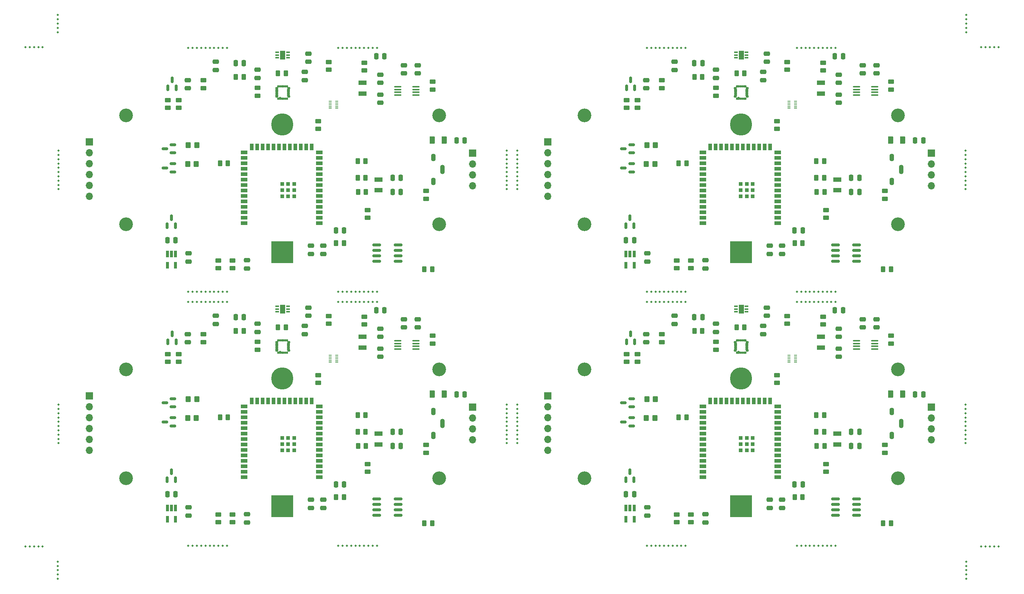
<source format=gbr>
%TF.GenerationSoftware,KiCad,Pcbnew,6.0.11-2627ca5db0~126~ubuntu20.04.1*%
%TF.CreationDate,2024-09-10T20:57:43-04:00*%
%TF.ProjectId,panel,70616e65-6c2e-46b6-9963-61645f706362,rev?*%
%TF.SameCoordinates,Original*%
%TF.FileFunction,Soldermask,Top*%
%TF.FilePolarity,Negative*%
%FSLAX46Y46*%
G04 Gerber Fmt 4.6, Leading zero omitted, Abs format (unit mm)*
G04 Created by KiCad (PCBNEW 6.0.11-2627ca5db0~126~ubuntu20.04.1) date 2024-09-10 20:57:43*
%MOMM*%
%LPD*%
G01*
G04 APERTURE LIST*
G04 Aperture macros list*
%AMRoundRect*
0 Rectangle with rounded corners*
0 $1 Rounding radius*
0 $2 $3 $4 $5 $6 $7 $8 $9 X,Y pos of 4 corners*
0 Add a 4 corners polygon primitive as box body*
4,1,4,$2,$3,$4,$5,$6,$7,$8,$9,$2,$3,0*
0 Add four circle primitives for the rounded corners*
1,1,$1+$1,$2,$3*
1,1,$1+$1,$4,$5*
1,1,$1+$1,$6,$7*
1,1,$1+$1,$8,$9*
0 Add four rect primitives between the rounded corners*
20,1,$1+$1,$2,$3,$4,$5,0*
20,1,$1+$1,$4,$5,$6,$7,0*
20,1,$1+$1,$6,$7,$8,$9,0*
20,1,$1+$1,$8,$9,$2,$3,0*%
G04 Aperture macros list end*
%ADD10C,0.500000*%
%ADD11RoundRect,0.250000X-0.250000X-0.475000X0.250000X-0.475000X0.250000X0.475000X-0.250000X0.475000X0*%
%ADD12R,0.765000X0.210000*%
%ADD13R,0.650000X1.560000*%
%ADD14RoundRect,0.250000X-0.450000X0.262500X-0.450000X-0.262500X0.450000X-0.262500X0.450000X0.262500X0*%
%ADD15RoundRect,0.250000X0.475000X-0.250000X0.475000X0.250000X-0.475000X0.250000X-0.475000X-0.250000X0*%
%ADD16RoundRect,0.250000X0.450000X-0.262500X0.450000X0.262500X-0.450000X0.262500X-0.450000X-0.262500X0*%
%ADD17RoundRect,0.250000X-0.475000X0.250000X-0.475000X-0.250000X0.475000X-0.250000X0.475000X0.250000X0*%
%ADD18RoundRect,0.250000X0.250000X0.475000X-0.250000X0.475000X-0.250000X-0.475000X0.250000X-0.475000X0*%
%ADD19R,1.900000X1.100000*%
%ADD20C,3.200000*%
%ADD21RoundRect,0.150000X-0.825000X-0.150000X0.825000X-0.150000X0.825000X0.150000X-0.825000X0.150000X0*%
%ADD22RoundRect,0.250000X-0.262500X-0.450000X0.262500X-0.450000X0.262500X0.450000X-0.262500X0.450000X0*%
%ADD23RoundRect,0.250000X0.350000X0.450000X-0.350000X0.450000X-0.350000X-0.450000X0.350000X-0.450000X0*%
%ADD24RoundRect,0.250000X0.375000X0.625000X-0.375000X0.625000X-0.375000X-0.625000X0.375000X-0.625000X0*%
%ADD25RoundRect,0.250000X0.262500X0.450000X-0.262500X0.450000X-0.262500X-0.450000X0.262500X-0.450000X0*%
%ADD26RoundRect,0.150000X0.150000X-0.587500X0.150000X0.587500X-0.150000X0.587500X-0.150000X-0.587500X0*%
%ADD27RoundRect,0.100000X-0.712500X-0.100000X0.712500X-0.100000X0.712500X0.100000X-0.712500X0.100000X0*%
%ADD28RoundRect,0.150000X0.587500X0.150000X-0.587500X0.150000X-0.587500X-0.150000X0.587500X-0.150000X0*%
%ADD29RoundRect,0.012800X-0.357200X-0.147200X0.357200X-0.147200X0.357200X0.147200X-0.357200X0.147200X0*%
%ADD30R,1.300000X2.000000*%
%ADD31R,1.500000X0.900000*%
%ADD32R,0.900000X1.500000*%
%ADD33R,0.900000X0.900000*%
%ADD34RoundRect,0.102000X0.127000X0.165100X-0.127000X0.165100X-0.127000X-0.165100X0.127000X-0.165100X0*%
%ADD35RoundRect,0.102000X0.127000X0.254000X-0.127000X0.254000X-0.127000X-0.254000X0.127000X-0.254000X0*%
%ADD36RoundRect,0.102000X0.127000X0.177800X-0.127000X0.177800X-0.127000X-0.177800X0.127000X-0.177800X0*%
%ADD37RoundRect,0.102000X0.215900X-0.127000X0.215900X0.127000X-0.215900X0.127000X-0.215900X-0.127000X0*%
%ADD38RoundRect,0.102000X0.254000X-0.127000X0.254000X0.127000X-0.254000X0.127000X-0.254000X-0.127000X0*%
%ADD39R,5.175000X5.175000*%
%ADD40C,5.175000*%
%ADD41R,1.700000X1.700000*%
%ADD42O,1.700000X1.700000*%
%ADD43O,1.100000X1.800000*%
%ADD44O,1.100000X2.200000*%
G04 APERTURE END LIST*
D10*
%TO.C,KiKit_MB_2_1*%
X112692600Y-32133800D03*
%TD*%
D11*
%TO.C,C20*%
X82270700Y-10090000D03*
X84170700Y-10090000D03*
%TD*%
D10*
%TO.C,KiKit_MB_22_3*%
X182321000Y-67467600D03*
%TD*%
%TO.C,KiKit_MB_7_2*%
X115092600Y-40133800D03*
%TD*%
D12*
%TO.C,U9*%
X71532700Y-20640000D03*
X71532700Y-21040000D03*
X71532700Y-21440000D03*
X71532700Y-21840000D03*
X71532700Y-22240000D03*
X73068700Y-22240000D03*
X73068700Y-21840000D03*
X73068700Y-21440000D03*
X73068700Y-21040000D03*
X73068700Y-20640000D03*
%TD*%
D10*
%TO.C,KiKit_MB_4_5*%
X77428400Y-8200000D03*
%TD*%
%TO.C,KiKit_MB_30_4*%
X2500000Y-124535200D03*
%TD*%
D13*
%TO.C,U1*%
X142353300Y-56220000D03*
X141403300Y-56220000D03*
X140453300Y-56220000D03*
X140453300Y-58920000D03*
X142353300Y-58920000D03*
%TD*%
D14*
%TO.C,R18*%
X54590700Y-76785100D03*
X54590700Y-78610100D03*
%TD*%
D10*
%TO.C,KiKit_MB_15_1*%
X38464200Y-67467600D03*
%TD*%
%TO.C,KiKit_MB_10_2*%
X181321000Y-8200000D03*
%TD*%
D15*
%TO.C,C10*%
X145443300Y-57990000D03*
X145443300Y-56090000D03*
%TD*%
%TO.C,C17*%
X44863200Y-13317500D03*
X44863200Y-11417500D03*
%TD*%
D10*
%TO.C,KiKit_MB_5_8*%
X40464200Y-65067600D03*
%TD*%
D16*
%TO.C,R16*%
X71170700Y-13272500D03*
X71170700Y-11447500D03*
%TD*%
D17*
%TO.C,C4*%
X173973300Y-54330000D03*
X173973300Y-56230000D03*
%TD*%
D18*
%TO.C,C5*%
X209783300Y-88987600D03*
X207883300Y-88987600D03*
%TD*%
D10*
%TO.C,KiKit_MB_1_4*%
X8200000Y-38133800D03*
%TD*%
D19*
%TO.C,Y2*%
X79060700Y-78082600D03*
X79060700Y-75582600D03*
%TD*%
D16*
%TO.C,R20*%
X186383300Y-13432500D03*
X186383300Y-11607500D03*
%TD*%
%TO.C,R10*%
X152303300Y-59582500D03*
X152303300Y-57757500D03*
%TD*%
D17*
%TO.C,C4*%
X173973300Y-113597600D03*
X173973300Y-115497600D03*
%TD*%
%TO.C,C8*%
X195633300Y-12190000D03*
X195633300Y-14090000D03*
%TD*%
D10*
%TO.C,KiKit_MB_14_8*%
X112692600Y-98401400D03*
%TD*%
D17*
%TO.C,C18*%
X172453300Y-13790000D03*
X172453300Y-15690000D03*
%TD*%
D10*
%TO.C,KiKit_MB_4_6*%
X78428400Y-8200000D03*
%TD*%
D13*
%TO.C,U1*%
X35460700Y-56220000D03*
X34510700Y-56220000D03*
X33560700Y-56220000D03*
X33560700Y-58920000D03*
X35460700Y-58920000D03*
%TD*%
D14*
%TO.C,R18*%
X161483300Y-17517500D03*
X161483300Y-19342500D03*
%TD*%
D10*
%TO.C,KiKit_MB_18_1*%
X82428400Y-124335200D03*
%TD*%
%TO.C,KiKit_MB_4_2*%
X74428400Y-8200000D03*
%TD*%
%TO.C,KiKit_MB_21_7*%
X151356800Y-67467600D03*
%TD*%
D18*
%TO.C,C9*%
X35490700Y-112297600D03*
X33590700Y-112297600D03*
%TD*%
D20*
%TO.C,H2*%
X130826400Y-49333800D03*
%TD*%
D17*
%TO.C,C4*%
X67080700Y-54330000D03*
X67080700Y-56230000D03*
%TD*%
D10*
%TO.C,KiKit_MB_28_6*%
X219785200Y-132035200D03*
%TD*%
%TO.C,KiKit_MB_15_9*%
X46464200Y-67467600D03*
%TD*%
%TO.C,KiKit_MB_16_2*%
X74428400Y-67467600D03*
%TD*%
%TO.C,KiKit_MB_4_4*%
X76428400Y-8200000D03*
%TD*%
D16*
%TO.C,R19*%
X175653300Y-86320100D03*
X175653300Y-84495100D03*
%TD*%
D21*
%TO.C,U8*%
X82370700Y-113427600D03*
X82370700Y-114697600D03*
X82370700Y-115967600D03*
X82370700Y-117237600D03*
X87320700Y-117237600D03*
X87320700Y-115967600D03*
X87320700Y-114697600D03*
X87320700Y-113427600D03*
%TD*%
D18*
%TO.C,C2*%
X194863300Y-97707600D03*
X192963300Y-97707600D03*
%TD*%
D14*
%TO.C,R14*%
X155638300Y-57757500D03*
X155638300Y-59582500D03*
%TD*%
D17*
%TO.C,C18*%
X65560700Y-73057600D03*
X65560700Y-74957600D03*
%TD*%
D10*
%TO.C,KiKit_MB_19_1*%
X115092600Y-100401400D03*
%TD*%
D22*
%TO.C,R17*%
X156430800Y-14927500D03*
X158255800Y-14927500D03*
%TD*%
D23*
%TO.C,R22*%
X147323300Y-90157600D03*
X145323300Y-90157600D03*
%TD*%
D10*
%TO.C,KiKit_MB_8_2*%
X219585200Y-33133800D03*
%TD*%
D17*
%TO.C,C6*%
X69930700Y-113597600D03*
X69930700Y-115497600D03*
%TD*%
D10*
%TO.C,KiKit_MB_17_4*%
X44464200Y-124335200D03*
%TD*%
%TO.C,KiKit_MB_19_9*%
X115092600Y-92401400D03*
%TD*%
%TO.C,KiKit_MB_11_7*%
X148356800Y-65067600D03*
%TD*%
%TO.C,KiKit_MB_13_1*%
X8200000Y-100401400D03*
%TD*%
%TO.C,KiKit_MB_7_4*%
X115092600Y-38133800D03*
%TD*%
%TO.C,KiKit_MB_23_7*%
X148356800Y-124335200D03*
%TD*%
D20*
%TO.C,H1*%
X96958800Y-108601400D03*
%TD*%
D10*
%TO.C,KiKit_MB_8_5*%
X219585200Y-36133800D03*
%TD*%
%TO.C,KiKit_MB_4_10*%
X82428400Y-8200000D03*
%TD*%
D22*
%TO.C,R4*%
X77930700Y-34610000D03*
X79755700Y-34610000D03*
%TD*%
D10*
%TO.C,KiKit_MB_5_7*%
X41464200Y-65067600D03*
%TD*%
D15*
%TO.C,C17*%
X151755800Y-13317500D03*
X151755800Y-11417500D03*
%TD*%
D10*
%TO.C,KiKit_MB_1_1*%
X8200000Y-41133800D03*
%TD*%
D24*
%TO.C,F1*%
X98080700Y-29650000D03*
X95280700Y-29650000D03*
%TD*%
D18*
%TO.C,C2*%
X87970700Y-97707600D03*
X86070700Y-97707600D03*
%TD*%
%TO.C,C12*%
X51390700Y-11727500D03*
X49490700Y-11727500D03*
%TD*%
D10*
%TO.C,KiKit_MB_2_9*%
X112692600Y-40133800D03*
%TD*%
%TO.C,KiKit_MB_20_1*%
X219585200Y-91401400D03*
%TD*%
%TO.C,KiKit_MB_12_5*%
X185321000Y-65067600D03*
%TD*%
%TO.C,KiKit_MB_23_4*%
X151356800Y-124335200D03*
%TD*%
D16*
%TO.C,R13*%
X140603300Y-22152500D03*
X140603300Y-20327500D03*
%TD*%
D18*
%TO.C,C12*%
X51390700Y-70995100D03*
X49490700Y-70995100D03*
%TD*%
D10*
%TO.C,KiKit_MB_3_9*%
X46464200Y-8200000D03*
%TD*%
%TO.C,KiKit_MB_21_10*%
X154356800Y-67467600D03*
%TD*%
%TO.C,KiKit_MB_22_8*%
X187321000Y-67467600D03*
%TD*%
%TO.C,KiKit_MB_23_10*%
X145356800Y-124335200D03*
%TD*%
D22*
%TO.C,R4*%
X184823300Y-34610000D03*
X186648300Y-34610000D03*
%TD*%
D10*
%TO.C,KiKit_MB_10_10*%
X189321000Y-8200000D03*
%TD*%
%TO.C,KiKit_MB_16_3*%
X75428400Y-67467600D03*
%TD*%
%TO.C,KiKit_MB_12_3*%
X187321000Y-65067600D03*
%TD*%
%TO.C,KiKit_MB_14_10*%
X112692600Y-100401400D03*
%TD*%
D20*
%TO.C,H1*%
X203851400Y-49333800D03*
%TD*%
D10*
%TO.C,KiKit_MB_23_8*%
X147356800Y-124335200D03*
%TD*%
%TO.C,KiKit_MB_15_8*%
X45464200Y-67467600D03*
%TD*%
%TO.C,KiKit_MB_2_10*%
X112692600Y-41133800D03*
%TD*%
%TO.C,KiKit_MB_11_1*%
X154356800Y-65067600D03*
%TD*%
%TO.C,KiKit_MB_12_2*%
X188321000Y-65067600D03*
%TD*%
D17*
%TO.C,C14*%
X91960700Y-71457600D03*
X91960700Y-73357600D03*
%TD*%
D10*
%TO.C,KiKit_MB_14_6*%
X112692600Y-96401400D03*
%TD*%
%TO.C,KiKit_MB_19_4*%
X115092600Y-97401400D03*
%TD*%
%TO.C,KiKit_MB_29_5*%
X3500000Y-8000000D03*
%TD*%
D25*
%TO.C,R15*%
X61173200Y-73387600D03*
X59348200Y-73387600D03*
%TD*%
D26*
%TO.C,Q2*%
X33710700Y-76782600D03*
X35610700Y-76782600D03*
X34660700Y-74907600D03*
%TD*%
D10*
%TO.C,KiKit_MB_9_1*%
X145356800Y-8200000D03*
%TD*%
%TO.C,KiKit_MB_13_6*%
X8200000Y-95401400D03*
%TD*%
D27*
%TO.C,U5*%
X87288200Y-76492600D03*
X87288200Y-77142600D03*
X87288200Y-77792600D03*
X87288200Y-78442600D03*
X91513200Y-78442600D03*
X91513200Y-77792600D03*
X91513200Y-77142600D03*
X91513200Y-76492600D03*
%TD*%
%TO.C,U5*%
X194180800Y-17225000D03*
X194180800Y-17875000D03*
X194180800Y-18525000D03*
X194180800Y-19175000D03*
X198405800Y-19175000D03*
X198405800Y-18525000D03*
X198405800Y-17875000D03*
X198405800Y-17225000D03*
%TD*%
D10*
%TO.C,KiKit_MB_22_10*%
X189321000Y-67467600D03*
%TD*%
%TO.C,KiKit_MB_8_4*%
X219585200Y-35133800D03*
%TD*%
D26*
%TO.C,Q2*%
X33710700Y-17515000D03*
X35610700Y-17515000D03*
X34660700Y-15640000D03*
%TD*%
D10*
%TO.C,KiKit_MB_14_3*%
X112692600Y-93401400D03*
%TD*%
%TO.C,KiKit_MB_27_3*%
X8000000Y-129035200D03*
%TD*%
D16*
%TO.C,R20*%
X79490700Y-13432500D03*
X79490700Y-11607500D03*
%TD*%
D14*
%TO.C,R11*%
X148853300Y-15715000D03*
X148853300Y-17540000D03*
%TD*%
D10*
%TO.C,KiKit_MB_27_5*%
X8000000Y-131035200D03*
%TD*%
D14*
%TO.C,R11*%
X148853300Y-74982600D03*
X148853300Y-76807600D03*
%TD*%
D10*
%TO.C,KiKit_MB_20_2*%
X219585200Y-92401400D03*
%TD*%
D16*
%TO.C,R19*%
X68760700Y-27052500D03*
X68760700Y-25227500D03*
%TD*%
D28*
%TO.C,Q3*%
X141770800Y-91927600D03*
X141770800Y-90027600D03*
X139895800Y-90977600D03*
%TD*%
D10*
%TO.C,KiKit_MB_3_5*%
X42464200Y-8200000D03*
%TD*%
%TO.C,KiKit_MB_20_7*%
X219585200Y-97401400D03*
%TD*%
%TO.C,KiKit_MB_24_6*%
X184321000Y-124335200D03*
%TD*%
%TO.C,KiKit_MB_14_7*%
X112692600Y-97401400D03*
%TD*%
%TO.C,KiKit_MB_23_2*%
X153356800Y-124335200D03*
%TD*%
D26*
%TO.C,Q1*%
X140443300Y-108955100D03*
X142343300Y-108955100D03*
X141393300Y-107080100D03*
%TD*%
D10*
%TO.C,KiKit_MB_31_4*%
X225285200Y-8000000D03*
%TD*%
%TO.C,KiKit_MB_10_8*%
X187321000Y-8200000D03*
%TD*%
D25*
%TO.C,R15*%
X168065800Y-73387600D03*
X166240800Y-73387600D03*
%TD*%
D16*
%TO.C,R13*%
X140603300Y-81420100D03*
X140603300Y-79595100D03*
%TD*%
D10*
%TO.C,KiKit_MB_25_4*%
X8000000Y-2500000D03*
%TD*%
D22*
%TO.C,R9*%
X152740800Y-35110000D03*
X154565800Y-35110000D03*
%TD*%
D11*
%TO.C,C20*%
X189163300Y-10090000D03*
X191063300Y-10090000D03*
%TD*%
D10*
%TO.C,KiKit_MB_7_5*%
X115092600Y-37133800D03*
%TD*%
D17*
%TO.C,C4*%
X67080700Y-113597600D03*
X67080700Y-115497600D03*
%TD*%
D10*
%TO.C,KiKit_MB_18_4*%
X79428400Y-124335200D03*
%TD*%
D16*
%TO.C,R8*%
X202263300Y-77130100D03*
X202263300Y-75305100D03*
%TD*%
D10*
%TO.C,KiKit_MB_19_7*%
X115092600Y-94401400D03*
%TD*%
%TO.C,KiKit_MB_7_9*%
X115092600Y-33133800D03*
%TD*%
D22*
%TO.C,R3*%
X77930700Y-38440000D03*
X79755700Y-38440000D03*
%TD*%
D29*
%TO.C,U3*%
X59201350Y-9180000D03*
X59201350Y-9830000D03*
X59201350Y-10480000D03*
X61691350Y-10480000D03*
X61691350Y-9830000D03*
X61691350Y-9180000D03*
D30*
X60446350Y-9830000D03*
%TD*%
D20*
%TO.C,H4*%
X203851400Y-23933800D03*
%TD*%
D10*
%TO.C,KiKit_MB_1_5*%
X8200000Y-37133800D03*
%TD*%
%TO.C,KiKit_MB_1_3*%
X8200000Y-39133800D03*
%TD*%
D22*
%TO.C,R3*%
X184823300Y-38440000D03*
X186648300Y-38440000D03*
%TD*%
D10*
%TO.C,KiKit_MB_31_3*%
X224285200Y-8000000D03*
%TD*%
D28*
%TO.C,Q4*%
X34878200Y-96377600D03*
X34878200Y-94477600D03*
X33003200Y-95427600D03*
%TD*%
D10*
%TO.C,KiKit_MB_2_7*%
X112692600Y-38133800D03*
%TD*%
%TO.C,KiKit_MB_16_5*%
X77428400Y-67467600D03*
%TD*%
%TO.C,KiKit_MB_21_4*%
X148356800Y-67467600D03*
%TD*%
%TO.C,KiKit_MB_7_3*%
X115092600Y-39133800D03*
%TD*%
D20*
%TO.C,H4*%
X96958800Y-23933800D03*
%TD*%
D15*
%TO.C,C13*%
X190103300Y-20950000D03*
X190103300Y-19050000D03*
%TD*%
D23*
%TO.C,R22*%
X40430700Y-90157600D03*
X38430700Y-90157600D03*
%TD*%
D28*
%TO.C,Q3*%
X34878200Y-91927600D03*
X34878200Y-90027600D03*
X33003200Y-90977600D03*
%TD*%
D10*
%TO.C,KiKit_MB_26_2*%
X219785200Y-500000D03*
%TD*%
%TO.C,KiKit_MB_13_8*%
X8200000Y-93401400D03*
%TD*%
%TO.C,KiKit_MB_12_10*%
X180321000Y-65067600D03*
%TD*%
D25*
%TO.C,R6*%
X202215800Y-119087600D03*
X200390800Y-119087600D03*
%TD*%
D17*
%TO.C,C7*%
X190093300Y-73667600D03*
X190093300Y-75567600D03*
%TD*%
D10*
%TO.C,KiKit_MB_30_5*%
X3500000Y-124535200D03*
%TD*%
%TO.C,KiKit_MB_24_9*%
X181321000Y-124335200D03*
%TD*%
D18*
%TO.C,C12*%
X158283300Y-70995100D03*
X156383300Y-70995100D03*
%TD*%
D22*
%TO.C,R17*%
X49538200Y-74195100D03*
X51363200Y-74195100D03*
%TD*%
D10*
%TO.C,KiKit_MB_18_7*%
X76428400Y-124335200D03*
%TD*%
D16*
%TO.C,R20*%
X186383300Y-72700100D03*
X186383300Y-70875100D03*
%TD*%
%TO.C,R5*%
X200793300Y-102652600D03*
X200793300Y-100827600D03*
%TD*%
%TO.C,R16*%
X71170700Y-72540100D03*
X71170700Y-70715100D03*
%TD*%
D22*
%TO.C,R17*%
X49538200Y-14927500D03*
X51363200Y-14927500D03*
%TD*%
D10*
%TO.C,KiKit_MB_16_8*%
X80428400Y-67467600D03*
%TD*%
D22*
%TO.C,R1*%
X179790800Y-53690000D03*
X181615800Y-53690000D03*
%TD*%
D10*
%TO.C,KiKit_MB_28_2*%
X219785200Y-128035200D03*
%TD*%
D19*
%TO.C,Y2*%
X79060700Y-18815000D03*
X79060700Y-16315000D03*
%TD*%
D27*
%TO.C,U5*%
X87288200Y-17225000D03*
X87288200Y-17875000D03*
X87288200Y-18525000D03*
X87288200Y-19175000D03*
X91513200Y-19175000D03*
X91513200Y-18525000D03*
X91513200Y-17875000D03*
X91513200Y-17225000D03*
%TD*%
D10*
%TO.C,KiKit_MB_11_9*%
X146356800Y-65067600D03*
%TD*%
%TO.C,KiKit_MB_16_6*%
X78428400Y-67467600D03*
%TD*%
%TO.C,KiKit_MB_22_5*%
X184321000Y-67467600D03*
%TD*%
%TO.C,KiKit_MB_5_5*%
X43464200Y-65067600D03*
%TD*%
D20*
%TO.C,H3*%
X130826400Y-23933800D03*
%TD*%
D10*
%TO.C,KiKit_MB_18_8*%
X75428400Y-124335200D03*
%TD*%
%TO.C,KiKit_MB_2_2*%
X112692600Y-33133800D03*
%TD*%
%TO.C,KiKit_MB_15_7*%
X44464200Y-67467600D03*
%TD*%
D16*
%TO.C,R13*%
X33710700Y-22152500D03*
X33710700Y-20327500D03*
%TD*%
D23*
%TO.C,R22*%
X147323300Y-30890000D03*
X145323300Y-30890000D03*
%TD*%
D10*
%TO.C,KiKit_MB_19_3*%
X115092600Y-98401400D03*
%TD*%
D19*
%TO.C,Y1*%
X189713300Y-38895000D03*
X189713300Y-41395000D03*
%TD*%
D10*
%TO.C,KiKit_MB_21_9*%
X153356800Y-67467600D03*
%TD*%
D20*
%TO.C,H2*%
X130826400Y-108601400D03*
%TD*%
D10*
%TO.C,KiKit_MB_11_2*%
X153356800Y-65067600D03*
%TD*%
D18*
%TO.C,C9*%
X35490700Y-53030000D03*
X33590700Y-53030000D03*
%TD*%
D10*
%TO.C,KiKit_MB_20_9*%
X219585200Y-99401400D03*
%TD*%
%TO.C,KiKit_MB_11_10*%
X145356800Y-65067600D03*
%TD*%
%TO.C,KiKit_MB_8_7*%
X219585200Y-38133800D03*
%TD*%
%TO.C,KiKit_MB_22_4*%
X183321000Y-67467600D03*
%TD*%
%TO.C,KiKit_MB_1_7*%
X8200000Y-35133800D03*
%TD*%
%TO.C,KiKit_MB_22_7*%
X186321000Y-67467600D03*
%TD*%
%TO.C,KiKit_MB_24_7*%
X183321000Y-124335200D03*
%TD*%
D16*
%TO.C,R16*%
X178063300Y-13272500D03*
X178063300Y-11447500D03*
%TD*%
D10*
%TO.C,KiKit_MB_10_1*%
X180321000Y-8200000D03*
%TD*%
D15*
%TO.C,C10*%
X38550700Y-117257600D03*
X38550700Y-115357600D03*
%TD*%
D10*
%TO.C,KiKit_MB_2_3*%
X112692600Y-34133800D03*
%TD*%
%TO.C,KiKit_MB_21_6*%
X150356800Y-67467600D03*
%TD*%
D17*
%TO.C,C7*%
X83200700Y-73667600D03*
X83200700Y-75567600D03*
%TD*%
D15*
%TO.C,C17*%
X151755800Y-72585100D03*
X151755800Y-70685100D03*
%TD*%
D20*
%TO.C,H1*%
X96958800Y-49333800D03*
%TD*%
D28*
%TO.C,Q3*%
X141770800Y-32660000D03*
X141770800Y-30760000D03*
X139895800Y-31710000D03*
%TD*%
D16*
%TO.C,R5*%
X200793300Y-43385000D03*
X200793300Y-41560000D03*
%TD*%
D10*
%TO.C,KiKit_MB_26_5*%
X219785200Y-3500000D03*
%TD*%
%TO.C,KiKit_MB_11_4*%
X151356800Y-65067600D03*
%TD*%
D20*
%TO.C,H2*%
X23933800Y-49333800D03*
%TD*%
D10*
%TO.C,KiKit_MB_17_7*%
X41464200Y-124335200D03*
%TD*%
%TO.C,KiKit_MB_12_1*%
X189321000Y-65067600D03*
%TD*%
D26*
%TO.C,Q2*%
X140603300Y-76782600D03*
X142503300Y-76782600D03*
X141553300Y-74907600D03*
%TD*%
D10*
%TO.C,KiKit_MB_2_5*%
X112692600Y-36133800D03*
%TD*%
%TO.C,KiKit_MB_5_9*%
X39464200Y-65067600D03*
%TD*%
%TO.C,KiKit_MB_16_9*%
X81428400Y-67467600D03*
%TD*%
%TO.C,KiKit_MB_6_2*%
X81428400Y-65067600D03*
%TD*%
D12*
%TO.C,U9*%
X71532700Y-79907600D03*
X71532700Y-80307600D03*
X71532700Y-80707600D03*
X71532700Y-81107600D03*
X71532700Y-81507600D03*
X73068700Y-81507600D03*
X73068700Y-81107600D03*
X73068700Y-80707600D03*
X73068700Y-80307600D03*
X73068700Y-79907600D03*
%TD*%
D22*
%TO.C,R4*%
X77930700Y-93877600D03*
X79755700Y-93877600D03*
%TD*%
D10*
%TO.C,KiKit_MB_3_10*%
X47464200Y-8200000D03*
%TD*%
%TO.C,KiKit_MB_29_4*%
X2500000Y-8000000D03*
%TD*%
D14*
%TO.C,R7*%
X80230700Y-105247600D03*
X80230700Y-107072600D03*
%TD*%
D10*
%TO.C,KiKit_MB_25_6*%
X8000000Y-4500000D03*
%TD*%
D15*
%TO.C,C10*%
X38550700Y-57990000D03*
X38550700Y-56090000D03*
%TD*%
D10*
%TO.C,KiKit_MB_10_7*%
X186321000Y-8200000D03*
%TD*%
D18*
%TO.C,C1*%
X87970700Y-41770000D03*
X86070700Y-41770000D03*
%TD*%
D19*
%TO.C,Y1*%
X82820700Y-38895000D03*
X82820700Y-41395000D03*
%TD*%
D17*
%TO.C,C15*%
X145203300Y-74945100D03*
X145203300Y-76845100D03*
%TD*%
D15*
%TO.C,C16*%
X54590700Y-74437600D03*
X54590700Y-72537600D03*
%TD*%
D10*
%TO.C,KiKit_MB_26_6*%
X219785200Y-4500000D03*
%TD*%
D25*
%TO.C,R15*%
X168065800Y-14120000D03*
X166240800Y-14120000D03*
%TD*%
D28*
%TO.C,Q3*%
X34878200Y-32660000D03*
X34878200Y-30760000D03*
X33003200Y-31710000D03*
%TD*%
D10*
%TO.C,KiKit_MB_31_2*%
X223285200Y-8000000D03*
%TD*%
D17*
%TO.C,C7*%
X190093300Y-14400000D03*
X190093300Y-16300000D03*
%TD*%
D10*
%TO.C,KiKit_MB_25_5*%
X8000000Y-3500000D03*
%TD*%
D17*
%TO.C,C6*%
X176823300Y-113597600D03*
X176823300Y-115497600D03*
%TD*%
D10*
%TO.C,KiKit_MB_12_7*%
X183321000Y-65067600D03*
%TD*%
%TO.C,KiKit_MB_19_5*%
X115092600Y-96401400D03*
%TD*%
D16*
%TO.C,R5*%
X93900700Y-102652600D03*
X93900700Y-100827600D03*
%TD*%
D14*
%TO.C,R12*%
X143153300Y-79595100D03*
X143153300Y-81420100D03*
%TD*%
D29*
%TO.C,U3*%
X166093950Y-9180000D03*
X166093950Y-9830000D03*
X166093950Y-10480000D03*
X168583950Y-10480000D03*
X168583950Y-9830000D03*
X168583950Y-9180000D03*
D30*
X167338950Y-9830000D03*
%TD*%
D14*
%TO.C,R14*%
X48745700Y-117025100D03*
X48745700Y-118850100D03*
%TD*%
D28*
%TO.C,Q4*%
X141770800Y-37110000D03*
X141770800Y-35210000D03*
X139895800Y-36160000D03*
%TD*%
D10*
%TO.C,KiKit_MB_6_10*%
X73428400Y-65067600D03*
%TD*%
%TO.C,KiKit_MB_3_2*%
X39464200Y-8200000D03*
%TD*%
%TO.C,KiKit_MB_21_8*%
X152356800Y-67467600D03*
%TD*%
%TO.C,KiKit_MB_6_6*%
X77428400Y-65067600D03*
%TD*%
D14*
%TO.C,R18*%
X54590700Y-17517500D03*
X54590700Y-19342500D03*
%TD*%
D10*
%TO.C,KiKit_MB_1_6*%
X8200000Y-36133800D03*
%TD*%
D18*
%TO.C,C5*%
X102890700Y-29720000D03*
X100990700Y-29720000D03*
%TD*%
D10*
%TO.C,KiKit_MB_14_1*%
X112692600Y-91401400D03*
%TD*%
%TO.C,KiKit_MB_1_9*%
X8200000Y-33133800D03*
%TD*%
D17*
%TO.C,C19*%
X159003300Y-116987600D03*
X159003300Y-118887600D03*
%TD*%
D10*
%TO.C,KiKit_MB_23_6*%
X149356800Y-124335200D03*
%TD*%
%TO.C,KiKit_MB_17_9*%
X39464200Y-124335200D03*
%TD*%
%TO.C,KiKit_MB_13_3*%
X8200000Y-98401400D03*
%TD*%
%TO.C,KiKit_MB_10_4*%
X183321000Y-8200000D03*
%TD*%
%TO.C,KiKit_MB_18_6*%
X77428400Y-124335200D03*
%TD*%
%TO.C,KiKit_MB_26_4*%
X219785200Y-2500000D03*
%TD*%
D17*
%TO.C,C8*%
X88740700Y-71457600D03*
X88740700Y-73357600D03*
%TD*%
D28*
%TO.C,Q4*%
X141770800Y-96377600D03*
X141770800Y-94477600D03*
X139895800Y-95427600D03*
%TD*%
D15*
%TO.C,C13*%
X190103300Y-80217600D03*
X190103300Y-78317600D03*
%TD*%
D10*
%TO.C,KiKit_MB_22_6*%
X185321000Y-67467600D03*
%TD*%
%TO.C,KiKit_MB_7_10*%
X115092600Y-32133800D03*
%TD*%
D16*
%TO.C,R8*%
X202263300Y-17862500D03*
X202263300Y-16037500D03*
%TD*%
D10*
%TO.C,KiKit_MB_20_4*%
X219585200Y-94401400D03*
%TD*%
%TO.C,KiKit_MB_3_1*%
X38464200Y-8200000D03*
%TD*%
D17*
%TO.C,C19*%
X159003300Y-57720000D03*
X159003300Y-59620000D03*
%TD*%
%TO.C,C14*%
X198853300Y-12190000D03*
X198853300Y-14090000D03*
%TD*%
D10*
%TO.C,KiKit_MB_13_4*%
X8200000Y-97401400D03*
%TD*%
%TO.C,KiKit_MB_30_2*%
X500000Y-124535200D03*
%TD*%
D26*
%TO.C,Q1*%
X33550700Y-108955100D03*
X35450700Y-108955100D03*
X34500700Y-107080100D03*
%TD*%
D10*
%TO.C,KiKit_MB_14_4*%
X112692600Y-94401400D03*
%TD*%
%TO.C,KiKit_MB_9_10*%
X154356800Y-8200000D03*
%TD*%
D31*
%TO.C,U2*%
X68970700Y-108337600D03*
X68970700Y-107067600D03*
X68970700Y-105797600D03*
X68970700Y-104527600D03*
X68970700Y-103257600D03*
X68970700Y-101987600D03*
X68970700Y-100717600D03*
X68970700Y-99447600D03*
X68970700Y-98177600D03*
X68970700Y-96907600D03*
X68970700Y-95637600D03*
X68970700Y-94367600D03*
X68970700Y-93097600D03*
X68970700Y-91827600D03*
D32*
X67205700Y-90577600D03*
X65935700Y-90577600D03*
X64665700Y-90577600D03*
X63395700Y-90577600D03*
X62125700Y-90577600D03*
X60855700Y-90577600D03*
X59585700Y-90577600D03*
X58315700Y-90577600D03*
X57045700Y-90577600D03*
X55775700Y-90577600D03*
X54505700Y-90577600D03*
X53235700Y-90577600D03*
D31*
X51470700Y-91827600D03*
X51470700Y-93097600D03*
X51470700Y-94367600D03*
X51470700Y-95637600D03*
X51470700Y-96907600D03*
X51470700Y-98177600D03*
X51470700Y-99447600D03*
X51470700Y-100717600D03*
X51470700Y-101987600D03*
X51470700Y-103257600D03*
X51470700Y-104527600D03*
X51470700Y-105797600D03*
X51470700Y-107067600D03*
X51470700Y-108337600D03*
D33*
X61720700Y-99217600D03*
X63120700Y-100617600D03*
X60320700Y-99217600D03*
X61720700Y-100617600D03*
X61720700Y-102017600D03*
X60320700Y-100617600D03*
X63120700Y-99217600D03*
X63120700Y-102017600D03*
X60320700Y-102017600D03*
%TD*%
D10*
%TO.C,KiKit_MB_12_9*%
X181321000Y-65067600D03*
%TD*%
%TO.C,KiKit_MB_13_10*%
X8200000Y-91401400D03*
%TD*%
%TO.C,KiKit_MB_24_8*%
X182321000Y-124335200D03*
%TD*%
D17*
%TO.C,C14*%
X198853300Y-71457600D03*
X198853300Y-73357600D03*
%TD*%
D15*
%TO.C,C11*%
X66440700Y-70667600D03*
X66440700Y-68767600D03*
%TD*%
D17*
%TO.C,C8*%
X195633300Y-71457600D03*
X195633300Y-73357600D03*
%TD*%
D10*
%TO.C,KiKit_MB_27_6*%
X8000000Y-132035200D03*
%TD*%
D16*
%TO.C,R5*%
X93900700Y-43385000D03*
X93900700Y-41560000D03*
%TD*%
D10*
%TO.C,KiKit_MB_10_5*%
X184321000Y-8200000D03*
%TD*%
D16*
%TO.C,R10*%
X45410700Y-118850100D03*
X45410700Y-117025100D03*
%TD*%
D10*
%TO.C,KiKit_MB_28_3*%
X219785200Y-129035200D03*
%TD*%
%TO.C,KiKit_MB_15_6*%
X43464200Y-67467600D03*
%TD*%
D34*
%TO.C,U4*%
X166343422Y-79247600D03*
D35*
X166724422Y-79171400D03*
D36*
X167130822Y-79247600D03*
X167537222Y-79247600D03*
X167943622Y-79247600D03*
D34*
X168324622Y-79247600D03*
D37*
X168731020Y-78815796D03*
D38*
X168680220Y-78434796D03*
X168680220Y-78028396D03*
X168680220Y-77621996D03*
X168680220Y-77215596D03*
D37*
X168731020Y-76834596D03*
D34*
X168324622Y-76402800D03*
D36*
X167943622Y-76402800D03*
X167537222Y-76402800D03*
X167130822Y-76402800D03*
X166724422Y-76402800D03*
D34*
X166343422Y-76402800D03*
D37*
X165937020Y-76834596D03*
D38*
X165987820Y-77215596D03*
X165987820Y-77621996D03*
X165987820Y-78028396D03*
X165987820Y-78434796D03*
D37*
X165937020Y-78815796D03*
%TD*%
D10*
%TO.C,KiKit_MB_6_5*%
X78428400Y-65067600D03*
%TD*%
%TO.C,KiKit_MB_4_3*%
X75428400Y-8200000D03*
%TD*%
%TO.C,KiKit_MB_20_3*%
X219585200Y-93401400D03*
%TD*%
D18*
%TO.C,C2*%
X87970700Y-38440000D03*
X86070700Y-38440000D03*
%TD*%
D10*
%TO.C,KiKit_MB_6_4*%
X79428400Y-65067600D03*
%TD*%
%TO.C,KiKit_MB_4_1*%
X73428400Y-8200000D03*
%TD*%
%TO.C,KiKit_MB_32_3*%
X224285200Y-124535200D03*
%TD*%
D23*
%TO.C,R21*%
X40320700Y-35230000D03*
X38320700Y-35230000D03*
%TD*%
D27*
%TO.C,U5*%
X194180800Y-76492600D03*
X194180800Y-77142600D03*
X194180800Y-77792600D03*
X194180800Y-78442600D03*
X198405800Y-78442600D03*
X198405800Y-77792600D03*
X198405800Y-77142600D03*
X198405800Y-76492600D03*
%TD*%
D13*
%TO.C,U1*%
X142353300Y-115487600D03*
X141403300Y-115487600D03*
X140453300Y-115487600D03*
X140453300Y-118187600D03*
X142353300Y-118187600D03*
%TD*%
D19*
%TO.C,Y2*%
X185953300Y-78082600D03*
X185953300Y-75582600D03*
%TD*%
D31*
%TO.C,U2*%
X175863300Y-108337600D03*
X175863300Y-107067600D03*
X175863300Y-105797600D03*
X175863300Y-104527600D03*
X175863300Y-103257600D03*
X175863300Y-101987600D03*
X175863300Y-100717600D03*
X175863300Y-99447600D03*
X175863300Y-98177600D03*
X175863300Y-96907600D03*
X175863300Y-95637600D03*
X175863300Y-94367600D03*
X175863300Y-93097600D03*
X175863300Y-91827600D03*
D32*
X174098300Y-90577600D03*
X172828300Y-90577600D03*
X171558300Y-90577600D03*
X170288300Y-90577600D03*
X169018300Y-90577600D03*
X167748300Y-90577600D03*
X166478300Y-90577600D03*
X165208300Y-90577600D03*
X163938300Y-90577600D03*
X162668300Y-90577600D03*
X161398300Y-90577600D03*
X160128300Y-90577600D03*
D31*
X158363300Y-91827600D03*
X158363300Y-93097600D03*
X158363300Y-94367600D03*
X158363300Y-95637600D03*
X158363300Y-96907600D03*
X158363300Y-98177600D03*
X158363300Y-99447600D03*
X158363300Y-100717600D03*
X158363300Y-101987600D03*
X158363300Y-103257600D03*
X158363300Y-104527600D03*
X158363300Y-105797600D03*
X158363300Y-107067600D03*
X158363300Y-108337600D03*
D33*
X168613300Y-99217600D03*
X170013300Y-99217600D03*
X168613300Y-100617600D03*
X170013300Y-102017600D03*
X167213300Y-100617600D03*
X167213300Y-102017600D03*
X168613300Y-102017600D03*
X167213300Y-99217600D03*
X170013300Y-100617600D03*
%TD*%
D22*
%TO.C,R2*%
X184913300Y-101037600D03*
X186738300Y-101037600D03*
%TD*%
D20*
%TO.C,H4*%
X96958800Y-83201400D03*
%TD*%
D10*
%TO.C,KiKit_MB_19_10*%
X115092600Y-91401400D03*
%TD*%
%TO.C,KiKit_MB_7_6*%
X115092600Y-36133800D03*
%TD*%
D14*
%TO.C,R12*%
X143153300Y-20327500D03*
X143153300Y-22152500D03*
%TD*%
D29*
%TO.C,U3*%
X166093950Y-68447600D03*
X166093950Y-69097600D03*
X166093950Y-69747600D03*
X168583950Y-69747600D03*
X168583950Y-69097600D03*
X168583950Y-68447600D03*
D30*
X167338950Y-69097600D03*
%TD*%
D10*
%TO.C,KiKit_MB_20_5*%
X219585200Y-95401400D03*
%TD*%
%TO.C,KiKit_MB_19_6*%
X115092600Y-95401400D03*
%TD*%
D17*
%TO.C,C15*%
X38310700Y-74945100D03*
X38310700Y-76845100D03*
%TD*%
D11*
%TO.C,C20*%
X82270700Y-69357600D03*
X84170700Y-69357600D03*
%TD*%
D10*
%TO.C,KiKit_MB_27_4*%
X8000000Y-130035200D03*
%TD*%
%TO.C,KiKit_MB_5_2*%
X46464200Y-65067600D03*
%TD*%
%TO.C,KiKit_MB_30_6*%
X4500000Y-124535200D03*
%TD*%
%TO.C,KiKit_MB_14_5*%
X112692600Y-95401400D03*
%TD*%
%TO.C,KiKit_MB_31_5*%
X226285200Y-8000000D03*
%TD*%
D16*
%TO.C,R10*%
X152303300Y-118850100D03*
X152303300Y-117025100D03*
%TD*%
D19*
%TO.C,Y2*%
X185953300Y-18815000D03*
X185953300Y-16315000D03*
%TD*%
D20*
%TO.C,H2*%
X23933800Y-108601400D03*
%TD*%
D22*
%TO.C,R9*%
X45848200Y-35110000D03*
X47673200Y-35110000D03*
%TD*%
D10*
%TO.C,KiKit_MB_17_2*%
X46464200Y-124335200D03*
%TD*%
%TO.C,KiKit_MB_11_8*%
X147356800Y-65067600D03*
%TD*%
%TO.C,KiKit_MB_15_2*%
X39464200Y-67467600D03*
%TD*%
%TO.C,KiKit_MB_17_1*%
X47464200Y-124335200D03*
%TD*%
D16*
%TO.C,R19*%
X175653300Y-27052500D03*
X175653300Y-25227500D03*
%TD*%
D10*
%TO.C,KiKit_MB_9_6*%
X150356800Y-8200000D03*
%TD*%
%TO.C,KiKit_MB_21_2*%
X146356800Y-67467600D03*
%TD*%
%TO.C,KiKit_MB_18_9*%
X74428400Y-124335200D03*
%TD*%
D18*
%TO.C,C1*%
X87970700Y-101037600D03*
X86070700Y-101037600D03*
%TD*%
D10*
%TO.C,KiKit_MB_26_3*%
X219785200Y-1500000D03*
%TD*%
%TO.C,KiKit_MB_17_5*%
X43464200Y-124335200D03*
%TD*%
%TO.C,KiKit_MB_32_2*%
X223285200Y-124535200D03*
%TD*%
D15*
%TO.C,C11*%
X173333300Y-11400000D03*
X173333300Y-9500000D03*
%TD*%
D10*
%TO.C,KiKit_MB_10_9*%
X188321000Y-8200000D03*
%TD*%
D17*
%TO.C,C19*%
X52110700Y-57720000D03*
X52110700Y-59620000D03*
%TD*%
D10*
%TO.C,KiKit_MB_28_4*%
X219785200Y-130035200D03*
%TD*%
%TO.C,KiKit_MB_6_1*%
X82428400Y-65067600D03*
%TD*%
%TO.C,KiKit_MB_19_8*%
X115092600Y-93401400D03*
%TD*%
%TO.C,KiKit_MB_18_10*%
X73428400Y-124335200D03*
%TD*%
%TO.C,KiKit_MB_13_5*%
X8200000Y-96401400D03*
%TD*%
D22*
%TO.C,R4*%
X184823300Y-93877600D03*
X186648300Y-93877600D03*
%TD*%
D10*
%TO.C,KiKit_MB_21_3*%
X147356800Y-67467600D03*
%TD*%
%TO.C,KiKit_MB_3_6*%
X43464200Y-8200000D03*
%TD*%
D19*
%TO.C,Y1*%
X189713300Y-98162600D03*
X189713300Y-100662600D03*
%TD*%
D10*
%TO.C,KiKit_MB_15_5*%
X42464200Y-67467600D03*
%TD*%
D17*
%TO.C,C15*%
X145203300Y-15677500D03*
X145203300Y-17577500D03*
%TD*%
D10*
%TO.C,KiKit_MB_3_4*%
X41464200Y-8200000D03*
%TD*%
D34*
%TO.C,U4*%
X166343422Y-19980000D03*
D35*
X166724422Y-19903800D03*
D36*
X167130822Y-19980000D03*
X167537222Y-19980000D03*
X167943622Y-19980000D03*
D34*
X168324622Y-19980000D03*
D37*
X168731020Y-19548196D03*
D38*
X168680220Y-19167196D03*
X168680220Y-18760796D03*
X168680220Y-18354396D03*
X168680220Y-17947996D03*
D37*
X168731020Y-17566996D03*
D34*
X168324622Y-17135200D03*
D36*
X167943622Y-17135200D03*
X167537222Y-17135200D03*
X167130822Y-17135200D03*
X166724422Y-17135200D03*
D34*
X166343422Y-17135200D03*
D37*
X165937020Y-17566996D03*
D38*
X165987820Y-17947996D03*
X165987820Y-18354396D03*
X165987820Y-18760796D03*
X165987820Y-19167196D03*
D37*
X165937020Y-19548196D03*
%TD*%
D10*
%TO.C,KiKit_MB_27_2*%
X8000000Y-128035200D03*
%TD*%
D14*
%TO.C,R7*%
X187123300Y-45980000D03*
X187123300Y-47805000D03*
%TD*%
D16*
%TO.C,R8*%
X95370700Y-17862500D03*
X95370700Y-16037500D03*
%TD*%
D10*
%TO.C,KiKit_MB_31_6*%
X227285200Y-8000000D03*
%TD*%
%TO.C,KiKit_MB_3_7*%
X44464200Y-8200000D03*
%TD*%
%TO.C,KiKit_MB_23_1*%
X154356800Y-124335200D03*
%TD*%
D21*
%TO.C,U8*%
X189263300Y-113427600D03*
X189263300Y-114697600D03*
X189263300Y-115967600D03*
X189263300Y-117237600D03*
X194213300Y-117237600D03*
X194213300Y-115967600D03*
X194213300Y-114697600D03*
X194213300Y-113427600D03*
%TD*%
D10*
%TO.C,KiKit_MB_13_9*%
X8200000Y-92401400D03*
%TD*%
D23*
%TO.C,R22*%
X40430700Y-30890000D03*
X38430700Y-30890000D03*
%TD*%
D14*
%TO.C,R12*%
X36260700Y-79595100D03*
X36260700Y-81420100D03*
%TD*%
D10*
%TO.C,KiKit_MB_19_2*%
X115092600Y-99401400D03*
%TD*%
D18*
%TO.C,C2*%
X194863300Y-38440000D03*
X192963300Y-38440000D03*
%TD*%
D16*
%TO.C,R19*%
X68760700Y-86320100D03*
X68760700Y-84495100D03*
%TD*%
D17*
%TO.C,C6*%
X176823300Y-54330000D03*
X176823300Y-56230000D03*
%TD*%
D10*
%TO.C,KiKit_MB_17_3*%
X45464200Y-124335200D03*
%TD*%
%TO.C,KiKit_MB_8_3*%
X219585200Y-34133800D03*
%TD*%
%TO.C,KiKit_MB_24_3*%
X187321000Y-124335200D03*
%TD*%
%TO.C,KiKit_MB_20_10*%
X219585200Y-100401400D03*
%TD*%
%TO.C,KiKit_MB_6_9*%
X74428400Y-65067600D03*
%TD*%
%TO.C,KiKit_MB_15_10*%
X47464200Y-67467600D03*
%TD*%
D11*
%TO.C,C20*%
X189163300Y-69357600D03*
X191063300Y-69357600D03*
%TD*%
D10*
%TO.C,KiKit_MB_12_8*%
X182321000Y-65067600D03*
%TD*%
%TO.C,KiKit_MB_3_3*%
X40464200Y-8200000D03*
%TD*%
D29*
%TO.C,U3*%
X59201350Y-68447600D03*
X59201350Y-69097600D03*
X59201350Y-69747600D03*
X61691350Y-69747600D03*
X61691350Y-69097600D03*
X61691350Y-68447600D03*
D30*
X60446350Y-69097600D03*
%TD*%
D10*
%TO.C,KiKit_MB_9_9*%
X153356800Y-8200000D03*
%TD*%
%TO.C,KiKit_MB_25_2*%
X8000000Y-500000D03*
%TD*%
D21*
%TO.C,U8*%
X82370700Y-54160000D03*
X82370700Y-55430000D03*
X82370700Y-56700000D03*
X82370700Y-57970000D03*
X87320700Y-57970000D03*
X87320700Y-56700000D03*
X87320700Y-55430000D03*
X87320700Y-54160000D03*
%TD*%
D22*
%TO.C,R1*%
X72898200Y-112957600D03*
X74723200Y-112957600D03*
%TD*%
D24*
%TO.C,F1*%
X204973300Y-88917600D03*
X202173300Y-88917600D03*
%TD*%
D22*
%TO.C,R3*%
X184823300Y-97707600D03*
X186648300Y-97707600D03*
%TD*%
D10*
%TO.C,KiKit_MB_5_6*%
X42464200Y-65067600D03*
%TD*%
%TO.C,KiKit_MB_8_8*%
X219585200Y-39133800D03*
%TD*%
D23*
%TO.C,R21*%
X147213300Y-35230000D03*
X145213300Y-35230000D03*
%TD*%
D10*
%TO.C,KiKit_MB_24_5*%
X185321000Y-124335200D03*
%TD*%
%TO.C,KiKit_MB_22_2*%
X181321000Y-67467600D03*
%TD*%
D19*
%TO.C,Y1*%
X82820700Y-98162600D03*
X82820700Y-100662600D03*
%TD*%
D15*
%TO.C,C16*%
X54590700Y-15170000D03*
X54590700Y-13270000D03*
%TD*%
D16*
%TO.C,R8*%
X95370700Y-77130100D03*
X95370700Y-75305100D03*
%TD*%
D10*
%TO.C,KiKit_MB_14_2*%
X112692600Y-92401400D03*
%TD*%
D18*
%TO.C,C9*%
X142383300Y-53030000D03*
X140483300Y-53030000D03*
%TD*%
D10*
%TO.C,KiKit_MB_12_4*%
X186321000Y-65067600D03*
%TD*%
%TO.C,KiKit_MB_8_10*%
X219585200Y-41133800D03*
%TD*%
D11*
%TO.C,C3*%
X72860700Y-50750000D03*
X74760700Y-50750000D03*
%TD*%
D22*
%TO.C,R2*%
X78020700Y-101037600D03*
X79845700Y-101037600D03*
%TD*%
D10*
%TO.C,KiKit_MB_12_6*%
X184321000Y-65067600D03*
%TD*%
D24*
%TO.C,F1*%
X98080700Y-88917600D03*
X95280700Y-88917600D03*
%TD*%
D23*
%TO.C,R21*%
X40320700Y-94497600D03*
X38320700Y-94497600D03*
%TD*%
D10*
%TO.C,KiKit_MB_28_5*%
X219785200Y-131035200D03*
%TD*%
%TO.C,KiKit_MB_29_3*%
X1500000Y-8000000D03*
%TD*%
%TO.C,KiKit_MB_9_2*%
X146356800Y-8200000D03*
%TD*%
D22*
%TO.C,R3*%
X77930700Y-97707600D03*
X79755700Y-97707600D03*
%TD*%
D10*
%TO.C,KiKit_MB_24_2*%
X188321000Y-124335200D03*
%TD*%
D15*
%TO.C,C13*%
X83210700Y-20950000D03*
X83210700Y-19050000D03*
%TD*%
D10*
%TO.C,KiKit_MB_18_2*%
X81428400Y-124335200D03*
%TD*%
D31*
%TO.C,U2*%
X68970700Y-49070000D03*
X68970700Y-47800000D03*
X68970700Y-46530000D03*
X68970700Y-45260000D03*
X68970700Y-43990000D03*
X68970700Y-42720000D03*
X68970700Y-41450000D03*
X68970700Y-40180000D03*
X68970700Y-38910000D03*
X68970700Y-37640000D03*
X68970700Y-36370000D03*
X68970700Y-35100000D03*
X68970700Y-33830000D03*
X68970700Y-32560000D03*
D32*
X67205700Y-31310000D03*
X65935700Y-31310000D03*
X64665700Y-31310000D03*
X63395700Y-31310000D03*
X62125700Y-31310000D03*
X60855700Y-31310000D03*
X59585700Y-31310000D03*
X58315700Y-31310000D03*
X57045700Y-31310000D03*
X55775700Y-31310000D03*
X54505700Y-31310000D03*
X53235700Y-31310000D03*
D31*
X51470700Y-32560000D03*
X51470700Y-33830000D03*
X51470700Y-35100000D03*
X51470700Y-36370000D03*
X51470700Y-37640000D03*
X51470700Y-38910000D03*
X51470700Y-40180000D03*
X51470700Y-41450000D03*
X51470700Y-42720000D03*
X51470700Y-43990000D03*
X51470700Y-45260000D03*
X51470700Y-46530000D03*
X51470700Y-47800000D03*
X51470700Y-49070000D03*
D33*
X63120700Y-41350000D03*
X60320700Y-42750000D03*
X61720700Y-41350000D03*
X60320700Y-41350000D03*
X63120700Y-42750000D03*
X61720700Y-42750000D03*
X63120700Y-39950000D03*
X61720700Y-39950000D03*
X60320700Y-39950000D03*
%TD*%
D10*
%TO.C,KiKit_MB_11_6*%
X149356800Y-65067600D03*
%TD*%
D17*
%TO.C,C6*%
X69930700Y-54330000D03*
X69930700Y-56230000D03*
%TD*%
D10*
%TO.C,KiKit_MB_8_9*%
X219585200Y-40133800D03*
%TD*%
%TO.C,KiKit_MB_18_3*%
X80428400Y-124335200D03*
%TD*%
%TO.C,KiKit_MB_29_2*%
X500000Y-8000000D03*
%TD*%
%TO.C,KiKit_MB_9_3*%
X147356800Y-8200000D03*
%TD*%
%TO.C,KiKit_MB_15_4*%
X41464200Y-67467600D03*
%TD*%
D23*
%TO.C,R21*%
X147213300Y-94497600D03*
X145213300Y-94497600D03*
%TD*%
D10*
%TO.C,KiKit_MB_9_5*%
X149356800Y-8200000D03*
%TD*%
D20*
%TO.C,H3*%
X130826400Y-83201400D03*
%TD*%
D10*
%TO.C,KiKit_MB_4_8*%
X80428400Y-8200000D03*
%TD*%
D26*
%TO.C,Q1*%
X140443300Y-49687500D03*
X142343300Y-49687500D03*
X141393300Y-47812500D03*
%TD*%
D14*
%TO.C,R12*%
X36260700Y-20327500D03*
X36260700Y-22152500D03*
%TD*%
D10*
%TO.C,KiKit_MB_2_6*%
X112692600Y-37133800D03*
%TD*%
%TO.C,KiKit_MB_17_6*%
X42464200Y-124335200D03*
%TD*%
D14*
%TO.C,R14*%
X155638300Y-117025100D03*
X155638300Y-118850100D03*
%TD*%
D10*
%TO.C,KiKit_MB_21_5*%
X149356800Y-67467600D03*
%TD*%
%TO.C,KiKit_MB_14_9*%
X112692600Y-99401400D03*
%TD*%
D18*
%TO.C,C1*%
X194863300Y-101037600D03*
X192963300Y-101037600D03*
%TD*%
D10*
%TO.C,KiKit_MB_10_3*%
X182321000Y-8200000D03*
%TD*%
%TO.C,KiKit_MB_32_5*%
X226285200Y-124535200D03*
%TD*%
D34*
%TO.C,U4*%
X59450822Y-19980000D03*
D35*
X59831822Y-19903800D03*
D36*
X60238222Y-19980000D03*
X60644622Y-19980000D03*
X61051022Y-19980000D03*
D34*
X61432022Y-19980000D03*
D37*
X61838420Y-19548196D03*
D38*
X61787620Y-19167196D03*
X61787620Y-18760796D03*
X61787620Y-18354396D03*
X61787620Y-17947996D03*
D37*
X61838420Y-17566996D03*
D34*
X61432022Y-17135200D03*
D36*
X61051022Y-17135200D03*
X60644622Y-17135200D03*
X60238222Y-17135200D03*
X59831822Y-17135200D03*
D34*
X59450822Y-17135200D03*
D37*
X59044420Y-17566996D03*
D38*
X59095220Y-17947996D03*
X59095220Y-18354396D03*
X59095220Y-18760796D03*
X59095220Y-19167196D03*
D37*
X59044420Y-19548196D03*
%TD*%
D10*
%TO.C,KiKit_MB_6_3*%
X80428400Y-65067600D03*
%TD*%
D22*
%TO.C,R17*%
X156430800Y-74195100D03*
X158255800Y-74195100D03*
%TD*%
D24*
%TO.C,F1*%
X204973300Y-29650000D03*
X202173300Y-29650000D03*
%TD*%
D15*
%TO.C,C16*%
X161483300Y-15170000D03*
X161483300Y-13270000D03*
%TD*%
D17*
%TO.C,C8*%
X88740700Y-12190000D03*
X88740700Y-14090000D03*
%TD*%
D21*
%TO.C,U8*%
X189263300Y-54160000D03*
X189263300Y-55430000D03*
X189263300Y-56700000D03*
X189263300Y-57970000D03*
X194213300Y-57970000D03*
X194213300Y-56700000D03*
X194213300Y-55430000D03*
X194213300Y-54160000D03*
%TD*%
D10*
%TO.C,KiKit_MB_6_7*%
X76428400Y-65067600D03*
%TD*%
D25*
%TO.C,R6*%
X95323200Y-59820000D03*
X93498200Y-59820000D03*
%TD*%
D10*
%TO.C,KiKit_MB_21_1*%
X145356800Y-67467600D03*
%TD*%
%TO.C,KiKit_MB_15_3*%
X40464200Y-67467600D03*
%TD*%
D20*
%TO.C,H3*%
X23933800Y-83201400D03*
%TD*%
%TO.C,H3*%
X23933800Y-23933800D03*
%TD*%
D10*
%TO.C,KiKit_MB_17_8*%
X40464200Y-124335200D03*
%TD*%
D15*
%TO.C,C17*%
X44863200Y-72585100D03*
X44863200Y-70685100D03*
%TD*%
D25*
%TO.C,R15*%
X61173200Y-14120000D03*
X59348200Y-14120000D03*
%TD*%
D10*
%TO.C,KiKit_MB_16_7*%
X79428400Y-67467600D03*
%TD*%
D20*
%TO.C,H4*%
X203851400Y-83201400D03*
%TD*%
D22*
%TO.C,R2*%
X184913300Y-41770000D03*
X186738300Y-41770000D03*
%TD*%
D20*
%TO.C,H1*%
X203851400Y-108601400D03*
%TD*%
D10*
%TO.C,KiKit_MB_5_4*%
X44464200Y-65067600D03*
%TD*%
D18*
%TO.C,C5*%
X209783300Y-29720000D03*
X207883300Y-29720000D03*
%TD*%
D10*
%TO.C,KiKit_MB_24_1*%
X189321000Y-124335200D03*
%TD*%
D34*
%TO.C,U4*%
X59450822Y-79247600D03*
D35*
X59831822Y-79171400D03*
D36*
X60238222Y-79247600D03*
X60644622Y-79247600D03*
X61051022Y-79247600D03*
D34*
X61432022Y-79247600D03*
D37*
X61838420Y-78815796D03*
D38*
X61787620Y-78434796D03*
X61787620Y-78028396D03*
X61787620Y-77621996D03*
X61787620Y-77215596D03*
D37*
X61838420Y-76834596D03*
D34*
X61432022Y-76402800D03*
D36*
X61051022Y-76402800D03*
X60644622Y-76402800D03*
X60238222Y-76402800D03*
X59831822Y-76402800D03*
D34*
X59450822Y-76402800D03*
D37*
X59044420Y-76834596D03*
D38*
X59095220Y-77215596D03*
X59095220Y-77621996D03*
X59095220Y-78028396D03*
X59095220Y-78434796D03*
D37*
X59044420Y-78815796D03*
%TD*%
D16*
%TO.C,R10*%
X45410700Y-59582500D03*
X45410700Y-57757500D03*
%TD*%
D11*
%TO.C,C3*%
X179753300Y-110017600D03*
X181653300Y-110017600D03*
%TD*%
D15*
%TO.C,C13*%
X83210700Y-80217600D03*
X83210700Y-78317600D03*
%TD*%
D10*
%TO.C,KiKit_MB_32_6*%
X227285200Y-124535200D03*
%TD*%
%TO.C,KiKit_MB_7_8*%
X115092600Y-34133800D03*
%TD*%
D15*
%TO.C,C11*%
X173333300Y-70667600D03*
X173333300Y-68767600D03*
%TD*%
D14*
%TO.C,R7*%
X80230700Y-45980000D03*
X80230700Y-47805000D03*
%TD*%
D22*
%TO.C,R1*%
X179790800Y-112957600D03*
X181615800Y-112957600D03*
%TD*%
D10*
%TO.C,KiKit_MB_8_1*%
X219585200Y-32133800D03*
%TD*%
D15*
%TO.C,C10*%
X145443300Y-117257600D03*
X145443300Y-115357600D03*
%TD*%
D11*
%TO.C,C3*%
X179753300Y-50750000D03*
X181653300Y-50750000D03*
%TD*%
D10*
%TO.C,KiKit_MB_1_10*%
X8200000Y-32133800D03*
%TD*%
D25*
%TO.C,R6*%
X95323200Y-119087600D03*
X93498200Y-119087600D03*
%TD*%
D10*
%TO.C,KiKit_MB_20_8*%
X219585200Y-98401400D03*
%TD*%
%TO.C,KiKit_MB_5_1*%
X47464200Y-65067600D03*
%TD*%
D22*
%TO.C,R9*%
X152740800Y-94377600D03*
X154565800Y-94377600D03*
%TD*%
D15*
%TO.C,C16*%
X161483300Y-74437600D03*
X161483300Y-72537600D03*
%TD*%
D10*
%TO.C,KiKit_MB_20_6*%
X219585200Y-96401400D03*
%TD*%
%TO.C,KiKit_MB_29_6*%
X4500000Y-8000000D03*
%TD*%
D17*
%TO.C,C15*%
X38310700Y-15677500D03*
X38310700Y-17577500D03*
%TD*%
D18*
%TO.C,C1*%
X194863300Y-41770000D03*
X192963300Y-41770000D03*
%TD*%
D26*
%TO.C,Q1*%
X33550700Y-49687500D03*
X35450700Y-49687500D03*
X34500700Y-47812500D03*
%TD*%
D10*
%TO.C,KiKit_MB_4_7*%
X79428400Y-8200000D03*
%TD*%
D17*
%TO.C,C19*%
X52110700Y-116987600D03*
X52110700Y-118887600D03*
%TD*%
D10*
%TO.C,KiKit_MB_5_3*%
X45464200Y-65067600D03*
%TD*%
%TO.C,KiKit_MB_9_4*%
X148356800Y-8200000D03*
%TD*%
%TO.C,KiKit_MB_13_7*%
X8200000Y-94401400D03*
%TD*%
D14*
%TO.C,R7*%
X187123300Y-105247600D03*
X187123300Y-107072600D03*
%TD*%
D10*
%TO.C,KiKit_MB_9_7*%
X151356800Y-8200000D03*
%TD*%
%TO.C,KiKit_MB_11_3*%
X152356800Y-65067600D03*
%TD*%
%TO.C,KiKit_MB_8_6*%
X219585200Y-37133800D03*
%TD*%
%TO.C,KiKit_MB_24_4*%
X186321000Y-124335200D03*
%TD*%
D14*
%TO.C,R11*%
X41960700Y-15715000D03*
X41960700Y-17540000D03*
%TD*%
D13*
%TO.C,U1*%
X35460700Y-115487600D03*
X34510700Y-115487600D03*
X33560700Y-115487600D03*
X33560700Y-118187600D03*
X35460700Y-118187600D03*
%TD*%
D22*
%TO.C,R9*%
X45848200Y-94377600D03*
X47673200Y-94377600D03*
%TD*%
D10*
%TO.C,KiKit_MB_2_4*%
X112692600Y-35133800D03*
%TD*%
%TO.C,KiKit_MB_4_9*%
X81428400Y-8200000D03*
%TD*%
%TO.C,KiKit_MB_7_7*%
X115092600Y-35133800D03*
%TD*%
D22*
%TO.C,R2*%
X78020700Y-41770000D03*
X79845700Y-41770000D03*
%TD*%
D10*
%TO.C,KiKit_MB_6_8*%
X75428400Y-65067600D03*
%TD*%
%TO.C,KiKit_MB_25_3*%
X8000000Y-1500000D03*
%TD*%
D26*
%TO.C,Q2*%
X140603300Y-17515000D03*
X142503300Y-17515000D03*
X141553300Y-15640000D03*
%TD*%
D14*
%TO.C,R14*%
X48745700Y-57757500D03*
X48745700Y-59582500D03*
%TD*%
D11*
%TO.C,C3*%
X72860700Y-110017600D03*
X74760700Y-110017600D03*
%TD*%
D10*
%TO.C,KiKit_MB_23_3*%
X152356800Y-124335200D03*
%TD*%
%TO.C,KiKit_MB_16_1*%
X73428400Y-67467600D03*
%TD*%
D15*
%TO.C,C11*%
X66440700Y-11400000D03*
X66440700Y-9500000D03*
%TD*%
D10*
%TO.C,KiKit_MB_18_5*%
X78428400Y-124335200D03*
%TD*%
D22*
%TO.C,R1*%
X72898200Y-53690000D03*
X74723200Y-53690000D03*
%TD*%
D31*
%TO.C,U2*%
X175863300Y-49070000D03*
X175863300Y-47800000D03*
X175863300Y-46530000D03*
X175863300Y-45260000D03*
X175863300Y-43990000D03*
X175863300Y-42720000D03*
X175863300Y-41450000D03*
X175863300Y-40180000D03*
X175863300Y-38910000D03*
X175863300Y-37640000D03*
X175863300Y-36370000D03*
X175863300Y-35100000D03*
X175863300Y-33830000D03*
X175863300Y-32560000D03*
D32*
X174098300Y-31310000D03*
X172828300Y-31310000D03*
X171558300Y-31310000D03*
X170288300Y-31310000D03*
X169018300Y-31310000D03*
X167748300Y-31310000D03*
X166478300Y-31310000D03*
X165208300Y-31310000D03*
X163938300Y-31310000D03*
X162668300Y-31310000D03*
X161398300Y-31310000D03*
X160128300Y-31310000D03*
D31*
X158363300Y-32560000D03*
X158363300Y-33830000D03*
X158363300Y-35100000D03*
X158363300Y-36370000D03*
X158363300Y-37640000D03*
X158363300Y-38910000D03*
X158363300Y-40180000D03*
X158363300Y-41450000D03*
X158363300Y-42720000D03*
X158363300Y-43990000D03*
X158363300Y-45260000D03*
X158363300Y-46530000D03*
X158363300Y-47800000D03*
X158363300Y-49070000D03*
D33*
X168613300Y-42750000D03*
X170013300Y-39950000D03*
X170013300Y-41350000D03*
X167213300Y-42750000D03*
X167213300Y-41350000D03*
X167213300Y-39950000D03*
X168613300Y-39950000D03*
X168613300Y-41350000D03*
X170013300Y-42750000D03*
%TD*%
D12*
%TO.C,U9*%
X178425300Y-20640000D03*
X178425300Y-21040000D03*
X178425300Y-21440000D03*
X178425300Y-21840000D03*
X178425300Y-22240000D03*
X179961300Y-22240000D03*
X179961300Y-21840000D03*
X179961300Y-21440000D03*
X179961300Y-21040000D03*
X179961300Y-20640000D03*
%TD*%
D17*
%TO.C,C7*%
X83200700Y-14400000D03*
X83200700Y-16300000D03*
%TD*%
D16*
%TO.C,R20*%
X79490700Y-72700100D03*
X79490700Y-70875100D03*
%TD*%
D18*
%TO.C,C9*%
X142383300Y-112297600D03*
X140483300Y-112297600D03*
%TD*%
D25*
%TO.C,R6*%
X202215800Y-59820000D03*
X200390800Y-59820000D03*
%TD*%
D10*
%TO.C,KiKit_MB_3_8*%
X45464200Y-8200000D03*
%TD*%
D14*
%TO.C,R11*%
X41960700Y-74982600D03*
X41960700Y-76807600D03*
%TD*%
D16*
%TO.C,R16*%
X178063300Y-72540100D03*
X178063300Y-70715100D03*
%TD*%
D10*
%TO.C,KiKit_MB_7_1*%
X115092600Y-41133800D03*
%TD*%
D17*
%TO.C,C14*%
X91960700Y-12190000D03*
X91960700Y-14090000D03*
%TD*%
D10*
%TO.C,KiKit_MB_5_10*%
X38464200Y-65067600D03*
%TD*%
%TO.C,KiKit_MB_2_8*%
X112692600Y-39133800D03*
%TD*%
D18*
%TO.C,C5*%
X102890700Y-88987600D03*
X100990700Y-88987600D03*
%TD*%
D10*
%TO.C,KiKit_MB_16_4*%
X76428400Y-67467600D03*
%TD*%
%TO.C,KiKit_MB_32_4*%
X225285200Y-124535200D03*
%TD*%
%TO.C,KiKit_MB_1_8*%
X8200000Y-34133800D03*
%TD*%
%TO.C,KiKit_MB_30_3*%
X1500000Y-124535200D03*
%TD*%
%TO.C,KiKit_MB_10_6*%
X185321000Y-8200000D03*
%TD*%
D18*
%TO.C,C12*%
X158283300Y-11727500D03*
X156383300Y-11727500D03*
%TD*%
D10*
%TO.C,KiKit_MB_13_2*%
X8200000Y-99401400D03*
%TD*%
D16*
%TO.C,R13*%
X33710700Y-81420100D03*
X33710700Y-79595100D03*
%TD*%
D10*
%TO.C,KiKit_MB_9_8*%
X152356800Y-8200000D03*
%TD*%
%TO.C,KiKit_MB_24_10*%
X180321000Y-124335200D03*
%TD*%
%TO.C,KiKit_MB_1_2*%
X8200000Y-40133800D03*
%TD*%
%TO.C,KiKit_MB_22_1*%
X180321000Y-67467600D03*
%TD*%
D12*
%TO.C,U9*%
X178425300Y-79907600D03*
X178425300Y-80307600D03*
X178425300Y-80707600D03*
X178425300Y-81107600D03*
X178425300Y-81507600D03*
X179961300Y-81507600D03*
X179961300Y-81107600D03*
X179961300Y-80707600D03*
X179961300Y-80307600D03*
X179961300Y-79907600D03*
%TD*%
D10*
%TO.C,KiKit_MB_23_5*%
X150356800Y-124335200D03*
%TD*%
%TO.C,KiKit_MB_11_5*%
X150356800Y-65067600D03*
%TD*%
D14*
%TO.C,R18*%
X161483300Y-76785100D03*
X161483300Y-78610100D03*
%TD*%
D10*
%TO.C,KiKit_MB_16_10*%
X82428400Y-67467600D03*
%TD*%
%TO.C,KiKit_MB_22_9*%
X188321000Y-67467600D03*
%TD*%
%TO.C,KiKit_MB_17_10*%
X38464200Y-124335200D03*
%TD*%
D28*
%TO.C,Q4*%
X34878200Y-37110000D03*
X34878200Y-35210000D03*
X33003200Y-36160000D03*
%TD*%
D10*
%TO.C,KiKit_MB_23_9*%
X146356800Y-124335200D03*
%TD*%
D17*
%TO.C,C18*%
X172453300Y-73057600D03*
X172453300Y-74957600D03*
%TD*%
%TO.C,C18*%
X65560700Y-13790000D03*
X65560700Y-15690000D03*
%TD*%
D39*
%TO.C,J6*%
X60380700Y-115097600D03*
D40*
X60380700Y-85257600D03*
%TD*%
D41*
%TO.C,J5*%
X211630919Y-91957600D03*
D42*
X211630919Y-94497600D03*
X211630919Y-97037600D03*
X211630919Y-99577600D03*
%TD*%
D43*
%TO.C,J4*%
X95550700Y-98627600D03*
D44*
X97700700Y-95827600D03*
D43*
X95550700Y-93027600D03*
%TD*%
D39*
%TO.C,J6*%
X60380700Y-55830000D03*
D40*
X60380700Y-25990000D03*
%TD*%
D41*
%TO.C,J3*%
X122266633Y-30090000D03*
D42*
X122266633Y-32630000D03*
X122266633Y-35170000D03*
X122266633Y-37710000D03*
X122266633Y-40250000D03*
X122266633Y-42790000D03*
%TD*%
D44*
%TO.C,J4*%
X204593300Y-95827600D03*
D43*
X202443300Y-98627600D03*
X202443300Y-93027600D03*
%TD*%
D41*
%TO.C,J5*%
X104738319Y-32690000D03*
D42*
X104738319Y-35230000D03*
X104738319Y-37770000D03*
X104738319Y-40310000D03*
%TD*%
D41*
%TO.C,J3*%
X122266633Y-89357600D03*
D42*
X122266633Y-91897600D03*
X122266633Y-94437600D03*
X122266633Y-96977600D03*
X122266633Y-99517600D03*
X122266633Y-102057600D03*
%TD*%
D41*
%TO.C,J5*%
X211630919Y-32690000D03*
D42*
X211630919Y-35230000D03*
X211630919Y-37770000D03*
X211630919Y-40310000D03*
%TD*%
D41*
%TO.C,J3*%
X15374033Y-30090000D03*
D42*
X15374033Y-32630000D03*
X15374033Y-35170000D03*
X15374033Y-37710000D03*
X15374033Y-40250000D03*
X15374033Y-42790000D03*
%TD*%
D39*
%TO.C,J6*%
X167273300Y-55830000D03*
D40*
X167273300Y-25990000D03*
%TD*%
D39*
%TO.C,J6*%
X167273300Y-115097600D03*
D40*
X167273300Y-85257600D03*
%TD*%
D41*
%TO.C,J3*%
X15374033Y-89357600D03*
D42*
X15374033Y-91897600D03*
X15374033Y-94437600D03*
X15374033Y-96977600D03*
X15374033Y-99517600D03*
X15374033Y-102057600D03*
%TD*%
D43*
%TO.C,J4*%
X202443300Y-39360000D03*
D44*
X204593300Y-36560000D03*
D43*
X202443300Y-33760000D03*
%TD*%
D41*
%TO.C,J5*%
X104738319Y-91957600D03*
D42*
X104738319Y-94497600D03*
X104738319Y-97037600D03*
X104738319Y-99577600D03*
%TD*%
D43*
%TO.C,J4*%
X95550700Y-33760000D03*
X95550700Y-39360000D03*
D44*
X97700700Y-36560000D03*
%TD*%
M02*

</source>
